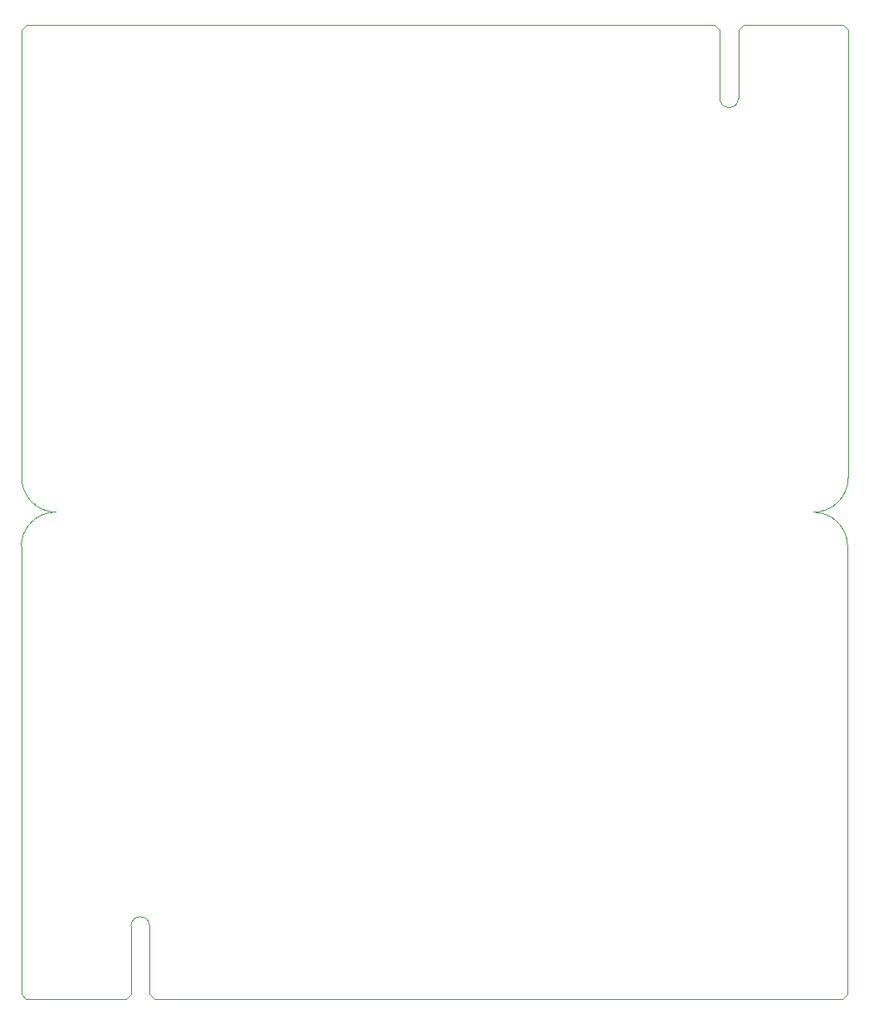
<source format=gbr>
G04 #@! TF.GenerationSoftware,KiCad,Pcbnew,(5.1.5)-3*
G04 #@! TF.CreationDate,2020-03-04T22:49:46+09:00*
G04 #@! TF.ProjectId,CAN_Dual_MDexpress,43414e5f-4475-4616-9c5f-4d4465787072,rev?*
G04 #@! TF.SameCoordinates,Original*
G04 #@! TF.FileFunction,Profile,NP*
%FSLAX46Y46*%
G04 Gerber Fmt 4.6, Leading zero omitted, Abs format (unit mm)*
G04 Created by KiCad (PCBNEW (5.1.5)-3) date 2020-03-04 22:49:46*
%MOMM*%
%LPD*%
G04 APERTURE LIST*
%ADD10C,0.100000*%
G04 APERTURE END LIST*
D10*
X199680000Y-86500000D02*
X199680000Y-48750000D01*
X199680000Y-86500000D02*
G75*
G02X196180000Y-90000000I-3500000J0D01*
G01*
X118880000Y-90000000D02*
G75*
G02X115380000Y-86500000I0J3500000D01*
G01*
X115380000Y-86500000D02*
X115380000Y-48750000D01*
X115320000Y-93500000D02*
G75*
G02X118820000Y-90000000I3500000J0D01*
G01*
X196120000Y-90000000D02*
G75*
G02X199620000Y-93500000I0J-3500000D01*
G01*
X115320000Y-93500000D02*
X115320000Y-131250000D01*
X199620000Y-93500000D02*
X199620000Y-131250000D01*
X188480000Y-47800000D02*
G75*
G02X186580000Y-47800000I-950000J0D01*
G01*
X115380000Y-40850000D02*
X115880000Y-40350000D01*
X186580000Y-40850000D02*
X186080000Y-40350000D01*
X188480000Y-40850000D02*
X188980000Y-40350000D01*
X199680000Y-40850000D02*
X199180000Y-40350000D01*
X186080000Y-40350000D02*
X115880000Y-40350000D01*
X115380000Y-48750000D02*
X115380000Y-40850000D01*
X199180000Y-40350000D02*
X188980000Y-40350000D01*
X199680000Y-48750000D02*
X199680000Y-40850000D01*
X186580000Y-47800000D02*
X186580000Y-40850000D01*
X188480000Y-47800000D02*
X188480000Y-40850000D01*
X126520000Y-132200000D02*
X126520000Y-139150000D01*
X128420000Y-132200000D02*
X128420000Y-139150000D01*
X115320000Y-131250000D02*
X115320000Y-139150000D01*
X115820000Y-139650000D02*
X126020000Y-139650000D01*
X199620000Y-131250000D02*
X199620000Y-139150000D01*
X128920000Y-139650000D02*
X199120000Y-139650000D01*
X115320000Y-139150000D02*
X115820000Y-139650000D01*
X126520000Y-139150000D02*
X126020000Y-139650000D01*
X128420000Y-139150000D02*
X128920000Y-139650000D01*
X199620000Y-139150000D02*
X199120000Y-139650000D01*
X126520000Y-132200000D02*
G75*
G02X128420000Y-132200000I950000J0D01*
G01*
M02*

</source>
